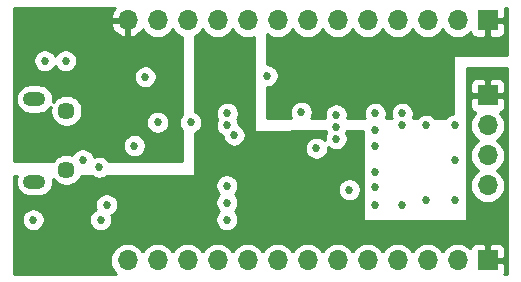
<source format=gbr>
G04 #@! TF.GenerationSoftware,KiCad,Pcbnew,(5.1.4)-1*
G04 #@! TF.CreationDate,2019-12-06T22:53:01-05:00*
G04 #@! TF.ProjectId,STM32G4DevBoard,53544d33-3247-4344-9465-76426f617264,rev?*
G04 #@! TF.SameCoordinates,Original*
G04 #@! TF.FileFunction,Copper,L3,Inr*
G04 #@! TF.FilePolarity,Positive*
%FSLAX46Y46*%
G04 Gerber Fmt 4.6, Leading zero omitted, Abs format (unit mm)*
G04 Created by KiCad (PCBNEW (5.1.4)-1) date 2019-12-06 22:53:01*
%MOMM*%
%LPD*%
G04 APERTURE LIST*
%ADD10O,1.700000X1.700000*%
%ADD11R,1.700000X1.700000*%
%ADD12O,1.900000X1.200000*%
%ADD13C,1.450000*%
%ADD14C,0.685800*%
%ADD15C,0.254000*%
G04 APERTURE END LIST*
D10*
X117094000Y-101473000D03*
X119634000Y-101473000D03*
X122174000Y-101473000D03*
X124714000Y-101473000D03*
X127254000Y-101473000D03*
X129794000Y-101473000D03*
X132334000Y-101473000D03*
X134874000Y-101473000D03*
X137414000Y-101473000D03*
X139954000Y-101473000D03*
X142494000Y-101473000D03*
X145034000Y-101473000D03*
D11*
X147574000Y-101473000D03*
D10*
X117094000Y-81153000D03*
X119634000Y-81153000D03*
X122174000Y-81153000D03*
X124714000Y-81153000D03*
X127254000Y-81153000D03*
X129794000Y-81153000D03*
X132334000Y-81153000D03*
X134874000Y-81153000D03*
X137414000Y-81153000D03*
X139954000Y-81153000D03*
X142494000Y-81153000D03*
X145034000Y-81153000D03*
D11*
X147574000Y-81153000D03*
D12*
X109212400Y-94813000D03*
X109212400Y-87813000D03*
D13*
X111912400Y-93813000D03*
X111912400Y-88813000D03*
D11*
X147574000Y-87513000D03*
D10*
X147574000Y-90053000D03*
X147574000Y-92593000D03*
X147574000Y-95133000D03*
D14*
X144780000Y-96393000D03*
X142367000Y-96393000D03*
X138049000Y-93980000D03*
X138049000Y-91821000D03*
X138049000Y-89027000D03*
X140335000Y-89027000D03*
X140335000Y-90043000D03*
X142367000Y-90043000D03*
X144780000Y-90043000D03*
X144780000Y-92964000D03*
X140335000Y-96774000D03*
X138049000Y-90424000D03*
X128905000Y-85852000D03*
X138049000Y-95250000D03*
X138049000Y-96774000D03*
X135874000Y-95488000D03*
X114681000Y-93599000D03*
X115316000Y-96774000D03*
X109093000Y-98044000D03*
X119634000Y-89789000D03*
X117665500Y-91757500D03*
X113284000Y-92964000D03*
X122428000Y-89789000D03*
X111838600Y-84582000D03*
X133083300Y-91986100D03*
X114808000Y-98044000D03*
X125491185Y-98021085D03*
X135128000Y-93980000D03*
X115316000Y-94996000D03*
X124587000Y-87503000D03*
X110088600Y-84582000D03*
X114681000Y-89154000D03*
X118110000Y-89789000D03*
X116630440Y-89154000D03*
X121031000Y-89789000D03*
X113284000Y-85852000D03*
X113233200Y-90093800D03*
X125539500Y-89027000D03*
X125539500Y-90043000D03*
X126111000Y-90868500D03*
X130048000Y-88900000D03*
X125491185Y-95148400D03*
X125491185Y-96584742D03*
X134747000Y-89154000D03*
X134747000Y-90170000D03*
X134747000Y-91182834D03*
X118579900Y-85940900D03*
X131800600Y-88925400D03*
D15*
G36*
X126013294Y-81982014D02*
G01*
X126198866Y-82208134D01*
X126424986Y-82393706D01*
X126682966Y-82531599D01*
X126962889Y-82616513D01*
X127181050Y-82638000D01*
X127326950Y-82638000D01*
X127545111Y-82616513D01*
X127762000Y-82550720D01*
X127762000Y-90455750D01*
X127764440Y-90480526D01*
X127771667Y-90504351D01*
X127783403Y-90526307D01*
X127799197Y-90545553D01*
X127818443Y-90561347D01*
X127840399Y-90573083D01*
X127864224Y-90580310D01*
X127889435Y-90582749D01*
X133851038Y-90562332D01*
X133880396Y-90633210D01*
X133909266Y-90676417D01*
X133880396Y-90719624D01*
X133806680Y-90897591D01*
X133769100Y-91086519D01*
X133769100Y-91279149D01*
X133771531Y-91291371D01*
X133706675Y-91226515D01*
X133546510Y-91119496D01*
X133368543Y-91045780D01*
X133179615Y-91008200D01*
X132986985Y-91008200D01*
X132798057Y-91045780D01*
X132620090Y-91119496D01*
X132459925Y-91226515D01*
X132323715Y-91362725D01*
X132216696Y-91522890D01*
X132142980Y-91700857D01*
X132105400Y-91889785D01*
X132105400Y-92082415D01*
X132142980Y-92271343D01*
X132216696Y-92449310D01*
X132323715Y-92609475D01*
X132459925Y-92745685D01*
X132620090Y-92852704D01*
X132798057Y-92926420D01*
X132986985Y-92964000D01*
X133179615Y-92964000D01*
X133368543Y-92926420D01*
X133546510Y-92852704D01*
X133706675Y-92745685D01*
X133842885Y-92609475D01*
X133949904Y-92449310D01*
X134023620Y-92271343D01*
X134061200Y-92082415D01*
X134061200Y-91889785D01*
X134058769Y-91877563D01*
X134123625Y-91942419D01*
X134283790Y-92049438D01*
X134461757Y-92123154D01*
X134650685Y-92160734D01*
X134843315Y-92160734D01*
X135032243Y-92123154D01*
X135210210Y-92049438D01*
X135370375Y-91942419D01*
X135506585Y-91806209D01*
X135613604Y-91646044D01*
X135687320Y-91468077D01*
X135724900Y-91279149D01*
X135724900Y-91086519D01*
X135687320Y-90897591D01*
X135613604Y-90719624D01*
X135584734Y-90676417D01*
X135613604Y-90633210D01*
X135645508Y-90556187D01*
X137033000Y-90551435D01*
X137033000Y-98044000D01*
X137035440Y-98068776D01*
X137042667Y-98092601D01*
X137054403Y-98114557D01*
X137070197Y-98133803D01*
X137089443Y-98149597D01*
X137111399Y-98161333D01*
X137135224Y-98168560D01*
X137160000Y-98171000D01*
X145669000Y-98171000D01*
X145693776Y-98168560D01*
X145717601Y-98161333D01*
X145739557Y-98149597D01*
X145758803Y-98133803D01*
X145774597Y-98114557D01*
X145786333Y-98092601D01*
X145793560Y-98068776D01*
X145796000Y-98044000D01*
X145796000Y-90053000D01*
X146081815Y-90053000D01*
X146110487Y-90344111D01*
X146195401Y-90624034D01*
X146333294Y-90882014D01*
X146518866Y-91108134D01*
X146744986Y-91293706D01*
X146799791Y-91323000D01*
X146744986Y-91352294D01*
X146518866Y-91537866D01*
X146333294Y-91763986D01*
X146195401Y-92021966D01*
X146110487Y-92301889D01*
X146081815Y-92593000D01*
X146110487Y-92884111D01*
X146195401Y-93164034D01*
X146333294Y-93422014D01*
X146518866Y-93648134D01*
X146744986Y-93833706D01*
X146799791Y-93863000D01*
X146744986Y-93892294D01*
X146518866Y-94077866D01*
X146333294Y-94303986D01*
X146195401Y-94561966D01*
X146110487Y-94841889D01*
X146081815Y-95133000D01*
X146110487Y-95424111D01*
X146195401Y-95704034D01*
X146333294Y-95962014D01*
X146518866Y-96188134D01*
X146744986Y-96373706D01*
X147002966Y-96511599D01*
X147282889Y-96596513D01*
X147501050Y-96618000D01*
X147646950Y-96618000D01*
X147865111Y-96596513D01*
X148145034Y-96511599D01*
X148403014Y-96373706D01*
X148629134Y-96188134D01*
X148814706Y-95962014D01*
X148952599Y-95704034D01*
X149037513Y-95424111D01*
X149066185Y-95133000D01*
X149037513Y-94841889D01*
X148952599Y-94561966D01*
X148814706Y-94303986D01*
X148629134Y-94077866D01*
X148403014Y-93892294D01*
X148348209Y-93863000D01*
X148403014Y-93833706D01*
X148629134Y-93648134D01*
X148814706Y-93422014D01*
X148952599Y-93164034D01*
X149037513Y-92884111D01*
X149066185Y-92593000D01*
X149037513Y-92301889D01*
X148952599Y-92021966D01*
X148814706Y-91763986D01*
X148629134Y-91537866D01*
X148403014Y-91352294D01*
X148348209Y-91323000D01*
X148403014Y-91293706D01*
X148629134Y-91108134D01*
X148814706Y-90882014D01*
X148952599Y-90624034D01*
X149037513Y-90344111D01*
X149066185Y-90053000D01*
X149037513Y-89761889D01*
X148952599Y-89481966D01*
X148814706Y-89223986D01*
X148629134Y-88997866D01*
X148599313Y-88973393D01*
X148668180Y-88952502D01*
X148778494Y-88893537D01*
X148875185Y-88814185D01*
X148954537Y-88717494D01*
X149013502Y-88607180D01*
X149049812Y-88487482D01*
X149062072Y-88363000D01*
X149059000Y-87798750D01*
X148900250Y-87640000D01*
X147701000Y-87640000D01*
X147701000Y-87660000D01*
X147447000Y-87660000D01*
X147447000Y-87640000D01*
X146247750Y-87640000D01*
X146089000Y-87798750D01*
X146085928Y-88363000D01*
X146098188Y-88487482D01*
X146134498Y-88607180D01*
X146193463Y-88717494D01*
X146272815Y-88814185D01*
X146369506Y-88893537D01*
X146479820Y-88952502D01*
X146548687Y-88973393D01*
X146518866Y-88997866D01*
X146333294Y-89223986D01*
X146195401Y-89481966D01*
X146110487Y-89761889D01*
X146081815Y-90053000D01*
X145796000Y-90053000D01*
X145796000Y-86663000D01*
X146085928Y-86663000D01*
X146089000Y-87227250D01*
X146247750Y-87386000D01*
X147447000Y-87386000D01*
X147447000Y-86186750D01*
X147701000Y-86186750D01*
X147701000Y-87386000D01*
X148900250Y-87386000D01*
X149059000Y-87227250D01*
X149062072Y-86663000D01*
X149049812Y-86538518D01*
X149013502Y-86418820D01*
X148954537Y-86308506D01*
X148875185Y-86211815D01*
X148778494Y-86132463D01*
X148668180Y-86073498D01*
X148548482Y-86037188D01*
X148424000Y-86024928D01*
X147859750Y-86028000D01*
X147701000Y-86186750D01*
X147447000Y-86186750D01*
X147288250Y-86028000D01*
X146724000Y-86024928D01*
X146599518Y-86037188D01*
X146479820Y-86073498D01*
X146369506Y-86132463D01*
X146272815Y-86211815D01*
X146193463Y-86308506D01*
X146134498Y-86418820D01*
X146098188Y-86538518D01*
X146085928Y-86663000D01*
X145796000Y-86663000D01*
X145796000Y-85217000D01*
X149225401Y-85217000D01*
X149225400Y-102613000D01*
X148989010Y-102613000D01*
X149013502Y-102567180D01*
X149049812Y-102447482D01*
X149062072Y-102323000D01*
X149059000Y-101758750D01*
X148900250Y-101600000D01*
X147701000Y-101600000D01*
X147701000Y-101620000D01*
X147447000Y-101620000D01*
X147447000Y-101600000D01*
X147427000Y-101600000D01*
X147427000Y-101346000D01*
X147447000Y-101346000D01*
X147447000Y-100146750D01*
X147701000Y-100146750D01*
X147701000Y-101346000D01*
X148900250Y-101346000D01*
X149059000Y-101187250D01*
X149062072Y-100623000D01*
X149049812Y-100498518D01*
X149013502Y-100378820D01*
X148954537Y-100268506D01*
X148875185Y-100171815D01*
X148778494Y-100092463D01*
X148668180Y-100033498D01*
X148548482Y-99997188D01*
X148424000Y-99984928D01*
X147859750Y-99988000D01*
X147701000Y-100146750D01*
X147447000Y-100146750D01*
X147288250Y-99988000D01*
X146724000Y-99984928D01*
X146599518Y-99997188D01*
X146479820Y-100033498D01*
X146369506Y-100092463D01*
X146272815Y-100171815D01*
X146193463Y-100268506D01*
X146134498Y-100378820D01*
X146113607Y-100447687D01*
X146089134Y-100417866D01*
X145863014Y-100232294D01*
X145605034Y-100094401D01*
X145325111Y-100009487D01*
X145106950Y-99988000D01*
X144961050Y-99988000D01*
X144742889Y-100009487D01*
X144462966Y-100094401D01*
X144204986Y-100232294D01*
X143978866Y-100417866D01*
X143793294Y-100643986D01*
X143764000Y-100698791D01*
X143734706Y-100643986D01*
X143549134Y-100417866D01*
X143323014Y-100232294D01*
X143065034Y-100094401D01*
X142785111Y-100009487D01*
X142566950Y-99988000D01*
X142421050Y-99988000D01*
X142202889Y-100009487D01*
X141922966Y-100094401D01*
X141664986Y-100232294D01*
X141438866Y-100417866D01*
X141253294Y-100643986D01*
X141224000Y-100698791D01*
X141194706Y-100643986D01*
X141009134Y-100417866D01*
X140783014Y-100232294D01*
X140525034Y-100094401D01*
X140245111Y-100009487D01*
X140026950Y-99988000D01*
X139881050Y-99988000D01*
X139662889Y-100009487D01*
X139382966Y-100094401D01*
X139124986Y-100232294D01*
X138898866Y-100417866D01*
X138713294Y-100643986D01*
X138684000Y-100698791D01*
X138654706Y-100643986D01*
X138469134Y-100417866D01*
X138243014Y-100232294D01*
X137985034Y-100094401D01*
X137705111Y-100009487D01*
X137486950Y-99988000D01*
X137341050Y-99988000D01*
X137122889Y-100009487D01*
X136842966Y-100094401D01*
X136584986Y-100232294D01*
X136358866Y-100417866D01*
X136173294Y-100643986D01*
X136144000Y-100698791D01*
X136114706Y-100643986D01*
X135929134Y-100417866D01*
X135703014Y-100232294D01*
X135445034Y-100094401D01*
X135165111Y-100009487D01*
X134946950Y-99988000D01*
X134801050Y-99988000D01*
X134582889Y-100009487D01*
X134302966Y-100094401D01*
X134044986Y-100232294D01*
X133818866Y-100417866D01*
X133633294Y-100643986D01*
X133604000Y-100698791D01*
X133574706Y-100643986D01*
X133389134Y-100417866D01*
X133163014Y-100232294D01*
X132905034Y-100094401D01*
X132625111Y-100009487D01*
X132406950Y-99988000D01*
X132261050Y-99988000D01*
X132042889Y-100009487D01*
X131762966Y-100094401D01*
X131504986Y-100232294D01*
X131278866Y-100417866D01*
X131093294Y-100643986D01*
X131064000Y-100698791D01*
X131034706Y-100643986D01*
X130849134Y-100417866D01*
X130623014Y-100232294D01*
X130365034Y-100094401D01*
X130085111Y-100009487D01*
X129866950Y-99988000D01*
X129721050Y-99988000D01*
X129502889Y-100009487D01*
X129222966Y-100094401D01*
X128964986Y-100232294D01*
X128738866Y-100417866D01*
X128553294Y-100643986D01*
X128524000Y-100698791D01*
X128494706Y-100643986D01*
X128309134Y-100417866D01*
X128083014Y-100232294D01*
X127825034Y-100094401D01*
X127545111Y-100009487D01*
X127326950Y-99988000D01*
X127181050Y-99988000D01*
X126962889Y-100009487D01*
X126682966Y-100094401D01*
X126424986Y-100232294D01*
X126198866Y-100417866D01*
X126013294Y-100643986D01*
X125984000Y-100698791D01*
X125954706Y-100643986D01*
X125769134Y-100417866D01*
X125543014Y-100232294D01*
X125285034Y-100094401D01*
X125005111Y-100009487D01*
X124786950Y-99988000D01*
X124641050Y-99988000D01*
X124422889Y-100009487D01*
X124142966Y-100094401D01*
X123884986Y-100232294D01*
X123658866Y-100417866D01*
X123473294Y-100643986D01*
X123444000Y-100698791D01*
X123414706Y-100643986D01*
X123229134Y-100417866D01*
X123003014Y-100232294D01*
X122745034Y-100094401D01*
X122465111Y-100009487D01*
X122246950Y-99988000D01*
X122101050Y-99988000D01*
X121882889Y-100009487D01*
X121602966Y-100094401D01*
X121344986Y-100232294D01*
X121118866Y-100417866D01*
X120933294Y-100643986D01*
X120904000Y-100698791D01*
X120874706Y-100643986D01*
X120689134Y-100417866D01*
X120463014Y-100232294D01*
X120205034Y-100094401D01*
X119925111Y-100009487D01*
X119706950Y-99988000D01*
X119561050Y-99988000D01*
X119342889Y-100009487D01*
X119062966Y-100094401D01*
X118804986Y-100232294D01*
X118578866Y-100417866D01*
X118393294Y-100643986D01*
X118364000Y-100698791D01*
X118334706Y-100643986D01*
X118149134Y-100417866D01*
X117923014Y-100232294D01*
X117665034Y-100094401D01*
X117385111Y-100009487D01*
X117166950Y-99988000D01*
X117021050Y-99988000D01*
X116802889Y-100009487D01*
X116522966Y-100094401D01*
X116264986Y-100232294D01*
X116038866Y-100417866D01*
X115853294Y-100643986D01*
X115715401Y-100901966D01*
X115630487Y-101181889D01*
X115601815Y-101473000D01*
X115630487Y-101764111D01*
X115715401Y-102044034D01*
X115853294Y-102302014D01*
X116038866Y-102528134D01*
X116142275Y-102613000D01*
X107469900Y-102613000D01*
X107469900Y-97947685D01*
X108115100Y-97947685D01*
X108115100Y-98140315D01*
X108152680Y-98329243D01*
X108226396Y-98507210D01*
X108333415Y-98667375D01*
X108469625Y-98803585D01*
X108629790Y-98910604D01*
X108807757Y-98984320D01*
X108996685Y-99021900D01*
X109189315Y-99021900D01*
X109378243Y-98984320D01*
X109556210Y-98910604D01*
X109716375Y-98803585D01*
X109852585Y-98667375D01*
X109959604Y-98507210D01*
X110033320Y-98329243D01*
X110070900Y-98140315D01*
X110070900Y-97947685D01*
X113830100Y-97947685D01*
X113830100Y-98140315D01*
X113867680Y-98329243D01*
X113941396Y-98507210D01*
X114048415Y-98667375D01*
X114184625Y-98803585D01*
X114344790Y-98910604D01*
X114522757Y-98984320D01*
X114711685Y-99021900D01*
X114904315Y-99021900D01*
X115093243Y-98984320D01*
X115271210Y-98910604D01*
X115431375Y-98803585D01*
X115567585Y-98667375D01*
X115674604Y-98507210D01*
X115748320Y-98329243D01*
X115785900Y-98140315D01*
X115785900Y-97947685D01*
X115748320Y-97758757D01*
X115711070Y-97668828D01*
X115779210Y-97640604D01*
X115939375Y-97533585D01*
X116075585Y-97397375D01*
X116182604Y-97237210D01*
X116256320Y-97059243D01*
X116293900Y-96870315D01*
X116293900Y-96677685D01*
X116256320Y-96488757D01*
X116182604Y-96310790D01*
X116075585Y-96150625D01*
X115939375Y-96014415D01*
X115779210Y-95907396D01*
X115601243Y-95833680D01*
X115412315Y-95796100D01*
X115219685Y-95796100D01*
X115030757Y-95833680D01*
X114852790Y-95907396D01*
X114692625Y-96014415D01*
X114556415Y-96150625D01*
X114449396Y-96310790D01*
X114375680Y-96488757D01*
X114338100Y-96677685D01*
X114338100Y-96870315D01*
X114375680Y-97059243D01*
X114412930Y-97149172D01*
X114344790Y-97177396D01*
X114184625Y-97284415D01*
X114048415Y-97420625D01*
X113941396Y-97580790D01*
X113867680Y-97758757D01*
X113830100Y-97947685D01*
X110070900Y-97947685D01*
X110033320Y-97758757D01*
X109959604Y-97580790D01*
X109852585Y-97420625D01*
X109716375Y-97284415D01*
X109556210Y-97177396D01*
X109378243Y-97103680D01*
X109189315Y-97066100D01*
X108996685Y-97066100D01*
X108807757Y-97103680D01*
X108629790Y-97177396D01*
X108469625Y-97284415D01*
X108333415Y-97420625D01*
X108226396Y-97580790D01*
X108152680Y-97758757D01*
X108115100Y-97947685D01*
X107469900Y-97947685D01*
X107469900Y-94361000D01*
X107708942Y-94361000D01*
X107645270Y-94570898D01*
X107621425Y-94813000D01*
X107645270Y-95055102D01*
X107715889Y-95287901D01*
X107830567Y-95502449D01*
X107984898Y-95690502D01*
X108172951Y-95844833D01*
X108387499Y-95959511D01*
X108620298Y-96030130D01*
X108801735Y-96048000D01*
X109623065Y-96048000D01*
X109804502Y-96030130D01*
X110037301Y-95959511D01*
X110251849Y-95844833D01*
X110439902Y-95690502D01*
X110594233Y-95502449D01*
X110708911Y-95287901D01*
X110779530Y-95055102D01*
X110803375Y-94813000D01*
X110779530Y-94570898D01*
X110776517Y-94560965D01*
X110856019Y-94679949D01*
X111045451Y-94869381D01*
X111268199Y-95018216D01*
X111515703Y-95120736D01*
X111778452Y-95173000D01*
X112046348Y-95173000D01*
X112309097Y-95120736D01*
X112474834Y-95052085D01*
X124513285Y-95052085D01*
X124513285Y-95244715D01*
X124550865Y-95433643D01*
X124624581Y-95611610D01*
X124731600Y-95771775D01*
X124826396Y-95866571D01*
X124731600Y-95961367D01*
X124624581Y-96121532D01*
X124550865Y-96299499D01*
X124513285Y-96488427D01*
X124513285Y-96681057D01*
X124550865Y-96869985D01*
X124624581Y-97047952D01*
X124731600Y-97208117D01*
X124826397Y-97302914D01*
X124731600Y-97397710D01*
X124624581Y-97557875D01*
X124550865Y-97735842D01*
X124513285Y-97924770D01*
X124513285Y-98117400D01*
X124550865Y-98306328D01*
X124624581Y-98484295D01*
X124731600Y-98644460D01*
X124867810Y-98780670D01*
X125027975Y-98887689D01*
X125205942Y-98961405D01*
X125394870Y-98998985D01*
X125587500Y-98998985D01*
X125776428Y-98961405D01*
X125954395Y-98887689D01*
X126114560Y-98780670D01*
X126250770Y-98644460D01*
X126357789Y-98484295D01*
X126431505Y-98306328D01*
X126469085Y-98117400D01*
X126469085Y-97924770D01*
X126431505Y-97735842D01*
X126357789Y-97557875D01*
X126250770Y-97397710D01*
X126155974Y-97302914D01*
X126250770Y-97208117D01*
X126357789Y-97047952D01*
X126431505Y-96869985D01*
X126469085Y-96681057D01*
X126469085Y-96488427D01*
X126431505Y-96299499D01*
X126357789Y-96121532D01*
X126250770Y-95961367D01*
X126155974Y-95866571D01*
X126250770Y-95771775D01*
X126357789Y-95611610D01*
X126431505Y-95433643D01*
X126439850Y-95391685D01*
X134896100Y-95391685D01*
X134896100Y-95584315D01*
X134933680Y-95773243D01*
X135007396Y-95951210D01*
X135114415Y-96111375D01*
X135250625Y-96247585D01*
X135410790Y-96354604D01*
X135588757Y-96428320D01*
X135777685Y-96465900D01*
X135970315Y-96465900D01*
X136159243Y-96428320D01*
X136337210Y-96354604D01*
X136497375Y-96247585D01*
X136633585Y-96111375D01*
X136740604Y-95951210D01*
X136814320Y-95773243D01*
X136851900Y-95584315D01*
X136851900Y-95391685D01*
X136814320Y-95202757D01*
X136740604Y-95024790D01*
X136633585Y-94864625D01*
X136497375Y-94728415D01*
X136337210Y-94621396D01*
X136159243Y-94547680D01*
X135970315Y-94510100D01*
X135777685Y-94510100D01*
X135588757Y-94547680D01*
X135410790Y-94621396D01*
X135250625Y-94728415D01*
X135114415Y-94864625D01*
X135007396Y-95024790D01*
X134933680Y-95202757D01*
X134896100Y-95391685D01*
X126439850Y-95391685D01*
X126469085Y-95244715D01*
X126469085Y-95052085D01*
X126431505Y-94863157D01*
X126357789Y-94685190D01*
X126250770Y-94525025D01*
X126114560Y-94388815D01*
X125954395Y-94281796D01*
X125776428Y-94208080D01*
X125587500Y-94170500D01*
X125394870Y-94170500D01*
X125205942Y-94208080D01*
X125027975Y-94281796D01*
X124867810Y-94388815D01*
X124731600Y-94525025D01*
X124624581Y-94685190D01*
X124550865Y-94863157D01*
X124513285Y-95052085D01*
X112474834Y-95052085D01*
X112556601Y-95018216D01*
X112779349Y-94869381D01*
X112968781Y-94679949D01*
X113117616Y-94457201D01*
X113157464Y-94361000D01*
X114061239Y-94361000D01*
X114217790Y-94465604D01*
X114395757Y-94539320D01*
X114584685Y-94576900D01*
X114777315Y-94576900D01*
X114966243Y-94539320D01*
X115144210Y-94465604D01*
X115300761Y-94361000D01*
X122688350Y-94361000D01*
X122713126Y-94358560D01*
X122736951Y-94351333D01*
X122758907Y-94339597D01*
X122778153Y-94323803D01*
X122793947Y-94304557D01*
X122805683Y-94282601D01*
X122812910Y-94258776D01*
X122815350Y-94233887D01*
X122812184Y-90688337D01*
X122891210Y-90655604D01*
X123051375Y-90548585D01*
X123187585Y-90412375D01*
X123294604Y-90252210D01*
X123368320Y-90074243D01*
X123405900Y-89885315D01*
X123405900Y-89692685D01*
X123368320Y-89503757D01*
X123294604Y-89325790D01*
X123187585Y-89165625D01*
X123051375Y-89029415D01*
X122903616Y-88930685D01*
X124561600Y-88930685D01*
X124561600Y-89123315D01*
X124599180Y-89312243D01*
X124672896Y-89490210D01*
X124702824Y-89535000D01*
X124672896Y-89579790D01*
X124599180Y-89757757D01*
X124561600Y-89946685D01*
X124561600Y-90139315D01*
X124599180Y-90328243D01*
X124672896Y-90506210D01*
X124779915Y-90666375D01*
X124916125Y-90802585D01*
X125076290Y-90909604D01*
X125133100Y-90933135D01*
X125133100Y-90964815D01*
X125170680Y-91153743D01*
X125244396Y-91331710D01*
X125351415Y-91491875D01*
X125487625Y-91628085D01*
X125647790Y-91735104D01*
X125825757Y-91808820D01*
X126014685Y-91846400D01*
X126207315Y-91846400D01*
X126396243Y-91808820D01*
X126574210Y-91735104D01*
X126734375Y-91628085D01*
X126870585Y-91491875D01*
X126977604Y-91331710D01*
X127051320Y-91153743D01*
X127088900Y-90964815D01*
X127088900Y-90772185D01*
X127051320Y-90583257D01*
X126977604Y-90405290D01*
X126870585Y-90245125D01*
X126734375Y-90108915D01*
X126574210Y-90001896D01*
X126517400Y-89978365D01*
X126517400Y-89946685D01*
X126479820Y-89757757D01*
X126406104Y-89579790D01*
X126376176Y-89535000D01*
X126406104Y-89490210D01*
X126479820Y-89312243D01*
X126517400Y-89123315D01*
X126517400Y-88930685D01*
X126479820Y-88741757D01*
X126406104Y-88563790D01*
X126299085Y-88403625D01*
X126162875Y-88267415D01*
X126002710Y-88160396D01*
X125824743Y-88086680D01*
X125635815Y-88049100D01*
X125443185Y-88049100D01*
X125254257Y-88086680D01*
X125076290Y-88160396D01*
X124916125Y-88267415D01*
X124779915Y-88403625D01*
X124672896Y-88563790D01*
X124599180Y-88741757D01*
X124561600Y-88930685D01*
X122903616Y-88930685D01*
X122891210Y-88922396D01*
X122810578Y-88888997D01*
X122804873Y-82499615D01*
X123003014Y-82393706D01*
X123229134Y-82208134D01*
X123414706Y-81982014D01*
X123444000Y-81927209D01*
X123473294Y-81982014D01*
X123658866Y-82208134D01*
X123884986Y-82393706D01*
X124142966Y-82531599D01*
X124422889Y-82616513D01*
X124641050Y-82638000D01*
X124786950Y-82638000D01*
X125005111Y-82616513D01*
X125285034Y-82531599D01*
X125543014Y-82393706D01*
X125769134Y-82208134D01*
X125954706Y-81982014D01*
X125984000Y-81927209D01*
X126013294Y-81982014D01*
X126013294Y-81982014D01*
G37*
X126013294Y-81982014D02*
X126198866Y-82208134D01*
X126424986Y-82393706D01*
X126682966Y-82531599D01*
X126962889Y-82616513D01*
X127181050Y-82638000D01*
X127326950Y-82638000D01*
X127545111Y-82616513D01*
X127762000Y-82550720D01*
X127762000Y-90455750D01*
X127764440Y-90480526D01*
X127771667Y-90504351D01*
X127783403Y-90526307D01*
X127799197Y-90545553D01*
X127818443Y-90561347D01*
X127840399Y-90573083D01*
X127864224Y-90580310D01*
X127889435Y-90582749D01*
X133851038Y-90562332D01*
X133880396Y-90633210D01*
X133909266Y-90676417D01*
X133880396Y-90719624D01*
X133806680Y-90897591D01*
X133769100Y-91086519D01*
X133769100Y-91279149D01*
X133771531Y-91291371D01*
X133706675Y-91226515D01*
X133546510Y-91119496D01*
X133368543Y-91045780D01*
X133179615Y-91008200D01*
X132986985Y-91008200D01*
X132798057Y-91045780D01*
X132620090Y-91119496D01*
X132459925Y-91226515D01*
X132323715Y-91362725D01*
X132216696Y-91522890D01*
X132142980Y-91700857D01*
X132105400Y-91889785D01*
X132105400Y-92082415D01*
X132142980Y-92271343D01*
X132216696Y-92449310D01*
X132323715Y-92609475D01*
X132459925Y-92745685D01*
X132620090Y-92852704D01*
X132798057Y-92926420D01*
X132986985Y-92964000D01*
X133179615Y-92964000D01*
X133368543Y-92926420D01*
X133546510Y-92852704D01*
X133706675Y-92745685D01*
X133842885Y-92609475D01*
X133949904Y-92449310D01*
X134023620Y-92271343D01*
X134061200Y-92082415D01*
X134061200Y-91889785D01*
X134058769Y-91877563D01*
X134123625Y-91942419D01*
X134283790Y-92049438D01*
X134461757Y-92123154D01*
X134650685Y-92160734D01*
X134843315Y-92160734D01*
X135032243Y-92123154D01*
X135210210Y-92049438D01*
X135370375Y-91942419D01*
X135506585Y-91806209D01*
X135613604Y-91646044D01*
X135687320Y-91468077D01*
X135724900Y-91279149D01*
X135724900Y-91086519D01*
X135687320Y-90897591D01*
X135613604Y-90719624D01*
X135584734Y-90676417D01*
X135613604Y-90633210D01*
X135645508Y-90556187D01*
X137033000Y-90551435D01*
X137033000Y-98044000D01*
X137035440Y-98068776D01*
X137042667Y-98092601D01*
X137054403Y-98114557D01*
X137070197Y-98133803D01*
X137089443Y-98149597D01*
X137111399Y-98161333D01*
X137135224Y-98168560D01*
X137160000Y-98171000D01*
X145669000Y-98171000D01*
X145693776Y-98168560D01*
X145717601Y-98161333D01*
X145739557Y-98149597D01*
X145758803Y-98133803D01*
X145774597Y-98114557D01*
X145786333Y-98092601D01*
X145793560Y-98068776D01*
X145796000Y-98044000D01*
X145796000Y-90053000D01*
X146081815Y-90053000D01*
X146110487Y-90344111D01*
X146195401Y-90624034D01*
X146333294Y-90882014D01*
X146518866Y-91108134D01*
X146744986Y-91293706D01*
X146799791Y-91323000D01*
X146744986Y-91352294D01*
X146518866Y-91537866D01*
X146333294Y-91763986D01*
X146195401Y-92021966D01*
X146110487Y-92301889D01*
X146081815Y-92593000D01*
X146110487Y-92884111D01*
X146195401Y-93164034D01*
X146333294Y-93422014D01*
X146518866Y-93648134D01*
X146744986Y-93833706D01*
X146799791Y-93863000D01*
X146744986Y-93892294D01*
X146518866Y-94077866D01*
X146333294Y-94303986D01*
X146195401Y-94561966D01*
X146110487Y-94841889D01*
X146081815Y-95133000D01*
X146110487Y-95424111D01*
X146195401Y-95704034D01*
X146333294Y-95962014D01*
X146518866Y-96188134D01*
X146744986Y-96373706D01*
X147002966Y-96511599D01*
X147282889Y-96596513D01*
X147501050Y-96618000D01*
X147646950Y-96618000D01*
X147865111Y-96596513D01*
X148145034Y-96511599D01*
X148403014Y-96373706D01*
X148629134Y-96188134D01*
X148814706Y-95962014D01*
X148952599Y-95704034D01*
X149037513Y-95424111D01*
X149066185Y-95133000D01*
X149037513Y-94841889D01*
X148952599Y-94561966D01*
X148814706Y-94303986D01*
X148629134Y-94077866D01*
X148403014Y-93892294D01*
X148348209Y-93863000D01*
X148403014Y-93833706D01*
X148629134Y-93648134D01*
X148814706Y-93422014D01*
X148952599Y-93164034D01*
X149037513Y-92884111D01*
X149066185Y-92593000D01*
X149037513Y-92301889D01*
X148952599Y-92021966D01*
X148814706Y-91763986D01*
X148629134Y-91537866D01*
X148403014Y-91352294D01*
X148348209Y-91323000D01*
X148403014Y-91293706D01*
X148629134Y-91108134D01*
X148814706Y-90882014D01*
X148952599Y-90624034D01*
X149037513Y-90344111D01*
X149066185Y-90053000D01*
X149037513Y-89761889D01*
X148952599Y-89481966D01*
X148814706Y-89223986D01*
X148629134Y-88997866D01*
X148599313Y-88973393D01*
X148668180Y-88952502D01*
X148778494Y-88893537D01*
X148875185Y-88814185D01*
X148954537Y-88717494D01*
X149013502Y-88607180D01*
X149049812Y-88487482D01*
X149062072Y-88363000D01*
X149059000Y-87798750D01*
X148900250Y-87640000D01*
X147701000Y-87640000D01*
X147701000Y-87660000D01*
X147447000Y-87660000D01*
X147447000Y-87640000D01*
X146247750Y-87640000D01*
X146089000Y-87798750D01*
X146085928Y-88363000D01*
X146098188Y-88487482D01*
X146134498Y-88607180D01*
X146193463Y-88717494D01*
X146272815Y-88814185D01*
X146369506Y-88893537D01*
X146479820Y-88952502D01*
X146548687Y-88973393D01*
X146518866Y-88997866D01*
X146333294Y-89223986D01*
X146195401Y-89481966D01*
X146110487Y-89761889D01*
X146081815Y-90053000D01*
X145796000Y-90053000D01*
X145796000Y-86663000D01*
X146085928Y-86663000D01*
X146089000Y-87227250D01*
X146247750Y-87386000D01*
X147447000Y-87386000D01*
X147447000Y-86186750D01*
X147701000Y-86186750D01*
X147701000Y-87386000D01*
X148900250Y-87386000D01*
X149059000Y-87227250D01*
X149062072Y-86663000D01*
X149049812Y-86538518D01*
X149013502Y-86418820D01*
X148954537Y-86308506D01*
X148875185Y-86211815D01*
X148778494Y-86132463D01*
X148668180Y-86073498D01*
X148548482Y-86037188D01*
X148424000Y-86024928D01*
X147859750Y-86028000D01*
X147701000Y-86186750D01*
X147447000Y-86186750D01*
X147288250Y-86028000D01*
X146724000Y-86024928D01*
X146599518Y-86037188D01*
X146479820Y-86073498D01*
X146369506Y-86132463D01*
X146272815Y-86211815D01*
X146193463Y-86308506D01*
X146134498Y-86418820D01*
X146098188Y-86538518D01*
X146085928Y-86663000D01*
X145796000Y-86663000D01*
X145796000Y-85217000D01*
X149225401Y-85217000D01*
X149225400Y-102613000D01*
X148989010Y-102613000D01*
X149013502Y-102567180D01*
X149049812Y-102447482D01*
X149062072Y-102323000D01*
X149059000Y-101758750D01*
X148900250Y-101600000D01*
X147701000Y-101600000D01*
X147701000Y-101620000D01*
X147447000Y-101620000D01*
X147447000Y-101600000D01*
X147427000Y-101600000D01*
X147427000Y-101346000D01*
X147447000Y-101346000D01*
X147447000Y-100146750D01*
X147701000Y-100146750D01*
X147701000Y-101346000D01*
X148900250Y-101346000D01*
X149059000Y-101187250D01*
X149062072Y-100623000D01*
X149049812Y-100498518D01*
X149013502Y-100378820D01*
X148954537Y-100268506D01*
X148875185Y-100171815D01*
X148778494Y-100092463D01*
X148668180Y-100033498D01*
X148548482Y-99997188D01*
X148424000Y-99984928D01*
X147859750Y-99988000D01*
X147701000Y-100146750D01*
X147447000Y-100146750D01*
X147288250Y-99988000D01*
X146724000Y-99984928D01*
X146599518Y-99997188D01*
X146479820Y-100033498D01*
X146369506Y-100092463D01*
X146272815Y-100171815D01*
X146193463Y-100268506D01*
X146134498Y-100378820D01*
X146113607Y-100447687D01*
X146089134Y-100417866D01*
X145863014Y-100232294D01*
X145605034Y-100094401D01*
X145325111Y-100009487D01*
X145106950Y-99988000D01*
X144961050Y-99988000D01*
X144742889Y-100009487D01*
X144462966Y-100094401D01*
X144204986Y-100232294D01*
X143978866Y-100417866D01*
X143793294Y-100643986D01*
X143764000Y-100698791D01*
X143734706Y-100643986D01*
X143549134Y-100417866D01*
X143323014Y-100232294D01*
X143065034Y-100094401D01*
X142785111Y-100009487D01*
X142566950Y-99988000D01*
X142421050Y-99988000D01*
X142202889Y-100009487D01*
X141922966Y-100094401D01*
X141664986Y-100232294D01*
X141438866Y-100417866D01*
X141253294Y-100643986D01*
X141224000Y-100698791D01*
X141194706Y-100643986D01*
X141009134Y-100417866D01*
X140783014Y-100232294D01*
X140525034Y-100094401D01*
X140245111Y-100009487D01*
X140026950Y-99988000D01*
X139881050Y-99988000D01*
X139662889Y-100009487D01*
X139382966Y-100094401D01*
X139124986Y-100232294D01*
X138898866Y-100417866D01*
X138713294Y-100643986D01*
X138684000Y-100698791D01*
X138654706Y-100643986D01*
X138469134Y-100417866D01*
X138243014Y-100232294D01*
X137985034Y-100094401D01*
X137705111Y-100009487D01*
X137486950Y-99988000D01*
X137341050Y-99988000D01*
X137122889Y-100009487D01*
X136842966Y-100094401D01*
X136584986Y-100232294D01*
X136358866Y-100417866D01*
X136173294Y-100643986D01*
X136144000Y-100698791D01*
X136114706Y-100643986D01*
X135929134Y-100417866D01*
X135703014Y-100232294D01*
X135445034Y-100094401D01*
X135165111Y-100009487D01*
X134946950Y-99988000D01*
X134801050Y-99988000D01*
X134582889Y-100009487D01*
X134302966Y-100094401D01*
X134044986Y-100232294D01*
X133818866Y-100417866D01*
X133633294Y-100643986D01*
X133604000Y-100698791D01*
X133574706Y-100643986D01*
X133389134Y-100417866D01*
X133163014Y-100232294D01*
X132905034Y-100094401D01*
X132625111Y-100009487D01*
X132406950Y-99988000D01*
X132261050Y-99988000D01*
X132042889Y-100009487D01*
X131762966Y-100094401D01*
X131504986Y-100232294D01*
X131278866Y-100417866D01*
X131093294Y-100643986D01*
X131064000Y-100698791D01*
X131034706Y-100643986D01*
X130849134Y-100417866D01*
X130623014Y-100232294D01*
X130365034Y-100094401D01*
X130085111Y-100009487D01*
X129866950Y-99988000D01*
X129721050Y-99988000D01*
X129502889Y-100009487D01*
X129222966Y-100094401D01*
X128964986Y-100232294D01*
X128738866Y-100417866D01*
X128553294Y-100643986D01*
X128524000Y-100698791D01*
X128494706Y-100643986D01*
X128309134Y-100417866D01*
X128083014Y-100232294D01*
X127825034Y-100094401D01*
X127545111Y-100009487D01*
X127326950Y-99988000D01*
X127181050Y-99988000D01*
X126962889Y-100009487D01*
X126682966Y-100094401D01*
X126424986Y-100232294D01*
X126198866Y-100417866D01*
X126013294Y-100643986D01*
X125984000Y-100698791D01*
X125954706Y-100643986D01*
X125769134Y-100417866D01*
X125543014Y-100232294D01*
X125285034Y-100094401D01*
X125005111Y-100009487D01*
X124786950Y-99988000D01*
X124641050Y-99988000D01*
X124422889Y-100009487D01*
X124142966Y-100094401D01*
X123884986Y-100232294D01*
X123658866Y-100417866D01*
X123473294Y-100643986D01*
X123444000Y-100698791D01*
X123414706Y-100643986D01*
X123229134Y-100417866D01*
X123003014Y-100232294D01*
X122745034Y-100094401D01*
X122465111Y-100009487D01*
X122246950Y-99988000D01*
X122101050Y-99988000D01*
X121882889Y-100009487D01*
X121602966Y-100094401D01*
X121344986Y-100232294D01*
X121118866Y-100417866D01*
X120933294Y-100643986D01*
X120904000Y-100698791D01*
X120874706Y-100643986D01*
X120689134Y-100417866D01*
X120463014Y-100232294D01*
X120205034Y-100094401D01*
X119925111Y-100009487D01*
X119706950Y-99988000D01*
X119561050Y-99988000D01*
X119342889Y-100009487D01*
X119062966Y-100094401D01*
X118804986Y-100232294D01*
X118578866Y-100417866D01*
X118393294Y-100643986D01*
X118364000Y-100698791D01*
X118334706Y-100643986D01*
X118149134Y-100417866D01*
X117923014Y-100232294D01*
X117665034Y-100094401D01*
X117385111Y-100009487D01*
X117166950Y-99988000D01*
X117021050Y-99988000D01*
X116802889Y-100009487D01*
X116522966Y-100094401D01*
X116264986Y-100232294D01*
X116038866Y-100417866D01*
X115853294Y-100643986D01*
X115715401Y-100901966D01*
X115630487Y-101181889D01*
X115601815Y-101473000D01*
X115630487Y-101764111D01*
X115715401Y-102044034D01*
X115853294Y-102302014D01*
X116038866Y-102528134D01*
X116142275Y-102613000D01*
X107469900Y-102613000D01*
X107469900Y-97947685D01*
X108115100Y-97947685D01*
X108115100Y-98140315D01*
X108152680Y-98329243D01*
X108226396Y-98507210D01*
X108333415Y-98667375D01*
X108469625Y-98803585D01*
X108629790Y-98910604D01*
X108807757Y-98984320D01*
X108996685Y-99021900D01*
X109189315Y-99021900D01*
X109378243Y-98984320D01*
X109556210Y-98910604D01*
X109716375Y-98803585D01*
X109852585Y-98667375D01*
X109959604Y-98507210D01*
X110033320Y-98329243D01*
X110070900Y-98140315D01*
X110070900Y-97947685D01*
X113830100Y-97947685D01*
X113830100Y-98140315D01*
X113867680Y-98329243D01*
X113941396Y-98507210D01*
X114048415Y-98667375D01*
X114184625Y-98803585D01*
X114344790Y-98910604D01*
X114522757Y-98984320D01*
X114711685Y-99021900D01*
X114904315Y-99021900D01*
X115093243Y-98984320D01*
X115271210Y-98910604D01*
X115431375Y-98803585D01*
X115567585Y-98667375D01*
X115674604Y-98507210D01*
X115748320Y-98329243D01*
X115785900Y-98140315D01*
X115785900Y-97947685D01*
X115748320Y-97758757D01*
X115711070Y-97668828D01*
X115779210Y-97640604D01*
X115939375Y-97533585D01*
X116075585Y-97397375D01*
X116182604Y-97237210D01*
X116256320Y-97059243D01*
X116293900Y-96870315D01*
X116293900Y-96677685D01*
X116256320Y-96488757D01*
X116182604Y-96310790D01*
X116075585Y-96150625D01*
X115939375Y-96014415D01*
X115779210Y-95907396D01*
X115601243Y-95833680D01*
X115412315Y-95796100D01*
X115219685Y-95796100D01*
X115030757Y-95833680D01*
X114852790Y-95907396D01*
X114692625Y-96014415D01*
X114556415Y-96150625D01*
X114449396Y-96310790D01*
X114375680Y-96488757D01*
X114338100Y-96677685D01*
X114338100Y-96870315D01*
X114375680Y-97059243D01*
X114412930Y-97149172D01*
X114344790Y-97177396D01*
X114184625Y-97284415D01*
X114048415Y-97420625D01*
X113941396Y-97580790D01*
X113867680Y-97758757D01*
X113830100Y-97947685D01*
X110070900Y-97947685D01*
X110033320Y-97758757D01*
X109959604Y-97580790D01*
X109852585Y-97420625D01*
X109716375Y-97284415D01*
X109556210Y-97177396D01*
X109378243Y-97103680D01*
X109189315Y-97066100D01*
X108996685Y-97066100D01*
X108807757Y-97103680D01*
X108629790Y-97177396D01*
X108469625Y-97284415D01*
X108333415Y-97420625D01*
X108226396Y-97580790D01*
X108152680Y-97758757D01*
X108115100Y-97947685D01*
X107469900Y-97947685D01*
X107469900Y-94361000D01*
X107708942Y-94361000D01*
X107645270Y-94570898D01*
X107621425Y-94813000D01*
X107645270Y-95055102D01*
X107715889Y-95287901D01*
X107830567Y-95502449D01*
X107984898Y-95690502D01*
X108172951Y-95844833D01*
X108387499Y-95959511D01*
X108620298Y-96030130D01*
X108801735Y-96048000D01*
X109623065Y-96048000D01*
X109804502Y-96030130D01*
X110037301Y-95959511D01*
X110251849Y-95844833D01*
X110439902Y-95690502D01*
X110594233Y-95502449D01*
X110708911Y-95287901D01*
X110779530Y-95055102D01*
X110803375Y-94813000D01*
X110779530Y-94570898D01*
X110776517Y-94560965D01*
X110856019Y-94679949D01*
X111045451Y-94869381D01*
X111268199Y-95018216D01*
X111515703Y-95120736D01*
X111778452Y-95173000D01*
X112046348Y-95173000D01*
X112309097Y-95120736D01*
X112474834Y-95052085D01*
X124513285Y-95052085D01*
X124513285Y-95244715D01*
X124550865Y-95433643D01*
X124624581Y-95611610D01*
X124731600Y-95771775D01*
X124826396Y-95866571D01*
X124731600Y-95961367D01*
X124624581Y-96121532D01*
X124550865Y-96299499D01*
X124513285Y-96488427D01*
X124513285Y-96681057D01*
X124550865Y-96869985D01*
X124624581Y-97047952D01*
X124731600Y-97208117D01*
X124826397Y-97302914D01*
X124731600Y-97397710D01*
X124624581Y-97557875D01*
X124550865Y-97735842D01*
X124513285Y-97924770D01*
X124513285Y-98117400D01*
X124550865Y-98306328D01*
X124624581Y-98484295D01*
X124731600Y-98644460D01*
X124867810Y-98780670D01*
X125027975Y-98887689D01*
X125205942Y-98961405D01*
X125394870Y-98998985D01*
X125587500Y-98998985D01*
X125776428Y-98961405D01*
X125954395Y-98887689D01*
X126114560Y-98780670D01*
X126250770Y-98644460D01*
X126357789Y-98484295D01*
X126431505Y-98306328D01*
X126469085Y-98117400D01*
X126469085Y-97924770D01*
X126431505Y-97735842D01*
X126357789Y-97557875D01*
X126250770Y-97397710D01*
X126155974Y-97302914D01*
X126250770Y-97208117D01*
X126357789Y-97047952D01*
X126431505Y-96869985D01*
X126469085Y-96681057D01*
X126469085Y-96488427D01*
X126431505Y-96299499D01*
X126357789Y-96121532D01*
X126250770Y-95961367D01*
X126155974Y-95866571D01*
X126250770Y-95771775D01*
X126357789Y-95611610D01*
X126431505Y-95433643D01*
X126439850Y-95391685D01*
X134896100Y-95391685D01*
X134896100Y-95584315D01*
X134933680Y-95773243D01*
X135007396Y-95951210D01*
X135114415Y-96111375D01*
X135250625Y-96247585D01*
X135410790Y-96354604D01*
X135588757Y-96428320D01*
X135777685Y-96465900D01*
X135970315Y-96465900D01*
X136159243Y-96428320D01*
X136337210Y-96354604D01*
X136497375Y-96247585D01*
X136633585Y-96111375D01*
X136740604Y-95951210D01*
X136814320Y-95773243D01*
X136851900Y-95584315D01*
X136851900Y-95391685D01*
X136814320Y-95202757D01*
X136740604Y-95024790D01*
X136633585Y-94864625D01*
X136497375Y-94728415D01*
X136337210Y-94621396D01*
X136159243Y-94547680D01*
X135970315Y-94510100D01*
X135777685Y-94510100D01*
X135588757Y-94547680D01*
X135410790Y-94621396D01*
X135250625Y-94728415D01*
X135114415Y-94864625D01*
X135007396Y-95024790D01*
X134933680Y-95202757D01*
X134896100Y-95391685D01*
X126439850Y-95391685D01*
X126469085Y-95244715D01*
X126469085Y-95052085D01*
X126431505Y-94863157D01*
X126357789Y-94685190D01*
X126250770Y-94525025D01*
X126114560Y-94388815D01*
X125954395Y-94281796D01*
X125776428Y-94208080D01*
X125587500Y-94170500D01*
X125394870Y-94170500D01*
X125205942Y-94208080D01*
X125027975Y-94281796D01*
X124867810Y-94388815D01*
X124731600Y-94525025D01*
X124624581Y-94685190D01*
X124550865Y-94863157D01*
X124513285Y-95052085D01*
X112474834Y-95052085D01*
X112556601Y-95018216D01*
X112779349Y-94869381D01*
X112968781Y-94679949D01*
X113117616Y-94457201D01*
X113157464Y-94361000D01*
X114061239Y-94361000D01*
X114217790Y-94465604D01*
X114395757Y-94539320D01*
X114584685Y-94576900D01*
X114777315Y-94576900D01*
X114966243Y-94539320D01*
X115144210Y-94465604D01*
X115300761Y-94361000D01*
X122688350Y-94361000D01*
X122713126Y-94358560D01*
X122736951Y-94351333D01*
X122758907Y-94339597D01*
X122778153Y-94323803D01*
X122793947Y-94304557D01*
X122805683Y-94282601D01*
X122812910Y-94258776D01*
X122815350Y-94233887D01*
X122812184Y-90688337D01*
X122891210Y-90655604D01*
X123051375Y-90548585D01*
X123187585Y-90412375D01*
X123294604Y-90252210D01*
X123368320Y-90074243D01*
X123405900Y-89885315D01*
X123405900Y-89692685D01*
X123368320Y-89503757D01*
X123294604Y-89325790D01*
X123187585Y-89165625D01*
X123051375Y-89029415D01*
X122903616Y-88930685D01*
X124561600Y-88930685D01*
X124561600Y-89123315D01*
X124599180Y-89312243D01*
X124672896Y-89490210D01*
X124702824Y-89535000D01*
X124672896Y-89579790D01*
X124599180Y-89757757D01*
X124561600Y-89946685D01*
X124561600Y-90139315D01*
X124599180Y-90328243D01*
X124672896Y-90506210D01*
X124779915Y-90666375D01*
X124916125Y-90802585D01*
X125076290Y-90909604D01*
X125133100Y-90933135D01*
X125133100Y-90964815D01*
X125170680Y-91153743D01*
X125244396Y-91331710D01*
X125351415Y-91491875D01*
X125487625Y-91628085D01*
X125647790Y-91735104D01*
X125825757Y-91808820D01*
X126014685Y-91846400D01*
X126207315Y-91846400D01*
X126396243Y-91808820D01*
X126574210Y-91735104D01*
X126734375Y-91628085D01*
X126870585Y-91491875D01*
X126977604Y-91331710D01*
X127051320Y-91153743D01*
X127088900Y-90964815D01*
X127088900Y-90772185D01*
X127051320Y-90583257D01*
X126977604Y-90405290D01*
X126870585Y-90245125D01*
X126734375Y-90108915D01*
X126574210Y-90001896D01*
X126517400Y-89978365D01*
X126517400Y-89946685D01*
X126479820Y-89757757D01*
X126406104Y-89579790D01*
X126376176Y-89535000D01*
X126406104Y-89490210D01*
X126479820Y-89312243D01*
X126517400Y-89123315D01*
X126517400Y-88930685D01*
X126479820Y-88741757D01*
X126406104Y-88563790D01*
X126299085Y-88403625D01*
X126162875Y-88267415D01*
X126002710Y-88160396D01*
X125824743Y-88086680D01*
X125635815Y-88049100D01*
X125443185Y-88049100D01*
X125254257Y-88086680D01*
X125076290Y-88160396D01*
X124916125Y-88267415D01*
X124779915Y-88403625D01*
X124672896Y-88563790D01*
X124599180Y-88741757D01*
X124561600Y-88930685D01*
X122903616Y-88930685D01*
X122891210Y-88922396D01*
X122810578Y-88888997D01*
X122804873Y-82499615D01*
X123003014Y-82393706D01*
X123229134Y-82208134D01*
X123414706Y-81982014D01*
X123444000Y-81927209D01*
X123473294Y-81982014D01*
X123658866Y-82208134D01*
X123884986Y-82393706D01*
X124142966Y-82531599D01*
X124422889Y-82616513D01*
X124641050Y-82638000D01*
X124786950Y-82638000D01*
X125005111Y-82616513D01*
X125285034Y-82531599D01*
X125543014Y-82393706D01*
X125769134Y-82208134D01*
X125954706Y-81982014D01*
X125984000Y-81927209D01*
X126013294Y-81982014D01*
G36*
X115898822Y-80271645D02*
G01*
X115749843Y-80521748D01*
X115652519Y-80796109D01*
X115773186Y-81026000D01*
X116967000Y-81026000D01*
X116967000Y-81006000D01*
X117221000Y-81006000D01*
X117221000Y-81026000D01*
X117241000Y-81026000D01*
X117241000Y-81280000D01*
X117221000Y-81280000D01*
X117221000Y-82473155D01*
X117450890Y-82594476D01*
X117598099Y-82549825D01*
X117860920Y-82424641D01*
X118094269Y-82250588D01*
X118289178Y-82034355D01*
X118358799Y-81917477D01*
X118393294Y-81982014D01*
X118578866Y-82208134D01*
X118804986Y-82393706D01*
X119062966Y-82531599D01*
X119342889Y-82616513D01*
X119561050Y-82638000D01*
X119706950Y-82638000D01*
X119925111Y-82616513D01*
X120205034Y-82531599D01*
X120463014Y-82393706D01*
X120689134Y-82208134D01*
X120874706Y-81982014D01*
X120904000Y-81927209D01*
X120933294Y-81982014D01*
X121118866Y-82208134D01*
X121344986Y-82393706D01*
X121602966Y-82531599D01*
X121666000Y-82550720D01*
X121666000Y-89169239D01*
X121561396Y-89325790D01*
X121487680Y-89503757D01*
X121450100Y-89692685D01*
X121450100Y-89885315D01*
X121487680Y-90074243D01*
X121561396Y-90252210D01*
X121666000Y-90408761D01*
X121666000Y-93091000D01*
X115517676Y-93091000D01*
X115440585Y-92975625D01*
X115304375Y-92839415D01*
X115144210Y-92732396D01*
X114966243Y-92658680D01*
X114777315Y-92621100D01*
X114584685Y-92621100D01*
X114395757Y-92658680D01*
X114233680Y-92725814D01*
X114224320Y-92678757D01*
X114150604Y-92500790D01*
X114043585Y-92340625D01*
X113907375Y-92204415D01*
X113747210Y-92097396D01*
X113569243Y-92023680D01*
X113380315Y-91986100D01*
X113187685Y-91986100D01*
X112998757Y-92023680D01*
X112820790Y-92097396D01*
X112660625Y-92204415D01*
X112524415Y-92340625D01*
X112417396Y-92500790D01*
X112399954Y-92542898D01*
X112309097Y-92505264D01*
X112046348Y-92453000D01*
X111778452Y-92453000D01*
X111515703Y-92505264D01*
X111268199Y-92607784D01*
X111045451Y-92756619D01*
X110856019Y-92946051D01*
X110759167Y-93091000D01*
X107469900Y-93091000D01*
X107469900Y-91661185D01*
X116687600Y-91661185D01*
X116687600Y-91853815D01*
X116725180Y-92042743D01*
X116798896Y-92220710D01*
X116905915Y-92380875D01*
X117042125Y-92517085D01*
X117202290Y-92624104D01*
X117380257Y-92697820D01*
X117569185Y-92735400D01*
X117761815Y-92735400D01*
X117950743Y-92697820D01*
X118128710Y-92624104D01*
X118288875Y-92517085D01*
X118425085Y-92380875D01*
X118532104Y-92220710D01*
X118605820Y-92042743D01*
X118643400Y-91853815D01*
X118643400Y-91661185D01*
X118605820Y-91472257D01*
X118532104Y-91294290D01*
X118425085Y-91134125D01*
X118288875Y-90997915D01*
X118128710Y-90890896D01*
X117950743Y-90817180D01*
X117761815Y-90779600D01*
X117569185Y-90779600D01*
X117380257Y-90817180D01*
X117202290Y-90890896D01*
X117042125Y-90997915D01*
X116905915Y-91134125D01*
X116798896Y-91294290D01*
X116725180Y-91472257D01*
X116687600Y-91661185D01*
X107469900Y-91661185D01*
X107469900Y-87813000D01*
X107621425Y-87813000D01*
X107645270Y-88055102D01*
X107715889Y-88287901D01*
X107830567Y-88502449D01*
X107984898Y-88690502D01*
X108172951Y-88844833D01*
X108387499Y-88959511D01*
X108620298Y-89030130D01*
X108801735Y-89048000D01*
X109623065Y-89048000D01*
X109804502Y-89030130D01*
X110037301Y-88959511D01*
X110251849Y-88844833D01*
X110439902Y-88690502D01*
X110585384Y-88513232D01*
X110552400Y-88679052D01*
X110552400Y-88946948D01*
X110604664Y-89209697D01*
X110707184Y-89457201D01*
X110856019Y-89679949D01*
X111045451Y-89869381D01*
X111268199Y-90018216D01*
X111515703Y-90120736D01*
X111778452Y-90173000D01*
X112046348Y-90173000D01*
X112309097Y-90120736D01*
X112556601Y-90018216D01*
X112779349Y-89869381D01*
X112956045Y-89692685D01*
X118656100Y-89692685D01*
X118656100Y-89885315D01*
X118693680Y-90074243D01*
X118767396Y-90252210D01*
X118874415Y-90412375D01*
X119010625Y-90548585D01*
X119170790Y-90655604D01*
X119348757Y-90729320D01*
X119537685Y-90766900D01*
X119730315Y-90766900D01*
X119919243Y-90729320D01*
X120097210Y-90655604D01*
X120257375Y-90548585D01*
X120393585Y-90412375D01*
X120500604Y-90252210D01*
X120574320Y-90074243D01*
X120611900Y-89885315D01*
X120611900Y-89692685D01*
X120574320Y-89503757D01*
X120500604Y-89325790D01*
X120393585Y-89165625D01*
X120257375Y-89029415D01*
X120097210Y-88922396D01*
X119919243Y-88848680D01*
X119730315Y-88811100D01*
X119537685Y-88811100D01*
X119348757Y-88848680D01*
X119170790Y-88922396D01*
X119010625Y-89029415D01*
X118874415Y-89165625D01*
X118767396Y-89325790D01*
X118693680Y-89503757D01*
X118656100Y-89692685D01*
X112956045Y-89692685D01*
X112968781Y-89679949D01*
X113117616Y-89457201D01*
X113220136Y-89209697D01*
X113272400Y-88946948D01*
X113272400Y-88679052D01*
X113220136Y-88416303D01*
X113117616Y-88168799D01*
X112968781Y-87946051D01*
X112779349Y-87756619D01*
X112556601Y-87607784D01*
X112309097Y-87505264D01*
X112046348Y-87453000D01*
X111778452Y-87453000D01*
X111515703Y-87505264D01*
X111268199Y-87607784D01*
X111045451Y-87756619D01*
X110856019Y-87946051D01*
X110776517Y-88065035D01*
X110779530Y-88055102D01*
X110803375Y-87813000D01*
X110779530Y-87570898D01*
X110708911Y-87338099D01*
X110594233Y-87123551D01*
X110439902Y-86935498D01*
X110251849Y-86781167D01*
X110037301Y-86666489D01*
X109804502Y-86595870D01*
X109623065Y-86578000D01*
X108801735Y-86578000D01*
X108620298Y-86595870D01*
X108387499Y-86666489D01*
X108172951Y-86781167D01*
X107984898Y-86935498D01*
X107830567Y-87123551D01*
X107715889Y-87338099D01*
X107645270Y-87570898D01*
X107621425Y-87813000D01*
X107469900Y-87813000D01*
X107469900Y-85844585D01*
X117602000Y-85844585D01*
X117602000Y-86037215D01*
X117639580Y-86226143D01*
X117713296Y-86404110D01*
X117820315Y-86564275D01*
X117956525Y-86700485D01*
X118116690Y-86807504D01*
X118294657Y-86881220D01*
X118483585Y-86918800D01*
X118676215Y-86918800D01*
X118865143Y-86881220D01*
X119043110Y-86807504D01*
X119203275Y-86700485D01*
X119339485Y-86564275D01*
X119446504Y-86404110D01*
X119520220Y-86226143D01*
X119557800Y-86037215D01*
X119557800Y-85844585D01*
X119520220Y-85655657D01*
X119446504Y-85477690D01*
X119339485Y-85317525D01*
X119203275Y-85181315D01*
X119043110Y-85074296D01*
X118865143Y-85000580D01*
X118676215Y-84963000D01*
X118483585Y-84963000D01*
X118294657Y-85000580D01*
X118116690Y-85074296D01*
X117956525Y-85181315D01*
X117820315Y-85317525D01*
X117713296Y-85477690D01*
X117639580Y-85655657D01*
X117602000Y-85844585D01*
X107469900Y-85844585D01*
X107469900Y-84485685D01*
X109110700Y-84485685D01*
X109110700Y-84678315D01*
X109148280Y-84867243D01*
X109221996Y-85045210D01*
X109329015Y-85205375D01*
X109465225Y-85341585D01*
X109625390Y-85448604D01*
X109803357Y-85522320D01*
X109992285Y-85559900D01*
X110184915Y-85559900D01*
X110373843Y-85522320D01*
X110551810Y-85448604D01*
X110711975Y-85341585D01*
X110848185Y-85205375D01*
X110955204Y-85045210D01*
X110963600Y-85024940D01*
X110971996Y-85045210D01*
X111079015Y-85205375D01*
X111215225Y-85341585D01*
X111375390Y-85448604D01*
X111553357Y-85522320D01*
X111742285Y-85559900D01*
X111934915Y-85559900D01*
X112123843Y-85522320D01*
X112301810Y-85448604D01*
X112461975Y-85341585D01*
X112598185Y-85205375D01*
X112705204Y-85045210D01*
X112778920Y-84867243D01*
X112816500Y-84678315D01*
X112816500Y-84485685D01*
X112778920Y-84296757D01*
X112705204Y-84118790D01*
X112598185Y-83958625D01*
X112461975Y-83822415D01*
X112301810Y-83715396D01*
X112123843Y-83641680D01*
X111934915Y-83604100D01*
X111742285Y-83604100D01*
X111553357Y-83641680D01*
X111375390Y-83715396D01*
X111215225Y-83822415D01*
X111079015Y-83958625D01*
X110971996Y-84118790D01*
X110963600Y-84139060D01*
X110955204Y-84118790D01*
X110848185Y-83958625D01*
X110711975Y-83822415D01*
X110551810Y-83715396D01*
X110373843Y-83641680D01*
X110184915Y-83604100D01*
X109992285Y-83604100D01*
X109803357Y-83641680D01*
X109625390Y-83715396D01*
X109465225Y-83822415D01*
X109329015Y-83958625D01*
X109221996Y-84118790D01*
X109148280Y-84296757D01*
X109110700Y-84485685D01*
X107469900Y-84485685D01*
X107469900Y-81509891D01*
X115652519Y-81509891D01*
X115749843Y-81784252D01*
X115898822Y-82034355D01*
X116093731Y-82250588D01*
X116327080Y-82424641D01*
X116589901Y-82549825D01*
X116737110Y-82594476D01*
X116967000Y-82473155D01*
X116967000Y-81280000D01*
X115773186Y-81280000D01*
X115652519Y-81509891D01*
X107469900Y-81509891D01*
X107469900Y-80137000D01*
X116020189Y-80137000D01*
X115898822Y-80271645D01*
X115898822Y-80271645D01*
G37*
X115898822Y-80271645D02*
X115749843Y-80521748D01*
X115652519Y-80796109D01*
X115773186Y-81026000D01*
X116967000Y-81026000D01*
X116967000Y-81006000D01*
X117221000Y-81006000D01*
X117221000Y-81026000D01*
X117241000Y-81026000D01*
X117241000Y-81280000D01*
X117221000Y-81280000D01*
X117221000Y-82473155D01*
X117450890Y-82594476D01*
X117598099Y-82549825D01*
X117860920Y-82424641D01*
X118094269Y-82250588D01*
X118289178Y-82034355D01*
X118358799Y-81917477D01*
X118393294Y-81982014D01*
X118578866Y-82208134D01*
X118804986Y-82393706D01*
X119062966Y-82531599D01*
X119342889Y-82616513D01*
X119561050Y-82638000D01*
X119706950Y-82638000D01*
X119925111Y-82616513D01*
X120205034Y-82531599D01*
X120463014Y-82393706D01*
X120689134Y-82208134D01*
X120874706Y-81982014D01*
X120904000Y-81927209D01*
X120933294Y-81982014D01*
X121118866Y-82208134D01*
X121344986Y-82393706D01*
X121602966Y-82531599D01*
X121666000Y-82550720D01*
X121666000Y-89169239D01*
X121561396Y-89325790D01*
X121487680Y-89503757D01*
X121450100Y-89692685D01*
X121450100Y-89885315D01*
X121487680Y-90074243D01*
X121561396Y-90252210D01*
X121666000Y-90408761D01*
X121666000Y-93091000D01*
X115517676Y-93091000D01*
X115440585Y-92975625D01*
X115304375Y-92839415D01*
X115144210Y-92732396D01*
X114966243Y-92658680D01*
X114777315Y-92621100D01*
X114584685Y-92621100D01*
X114395757Y-92658680D01*
X114233680Y-92725814D01*
X114224320Y-92678757D01*
X114150604Y-92500790D01*
X114043585Y-92340625D01*
X113907375Y-92204415D01*
X113747210Y-92097396D01*
X113569243Y-92023680D01*
X113380315Y-91986100D01*
X113187685Y-91986100D01*
X112998757Y-92023680D01*
X112820790Y-92097396D01*
X112660625Y-92204415D01*
X112524415Y-92340625D01*
X112417396Y-92500790D01*
X112399954Y-92542898D01*
X112309097Y-92505264D01*
X112046348Y-92453000D01*
X111778452Y-92453000D01*
X111515703Y-92505264D01*
X111268199Y-92607784D01*
X111045451Y-92756619D01*
X110856019Y-92946051D01*
X110759167Y-93091000D01*
X107469900Y-93091000D01*
X107469900Y-91661185D01*
X116687600Y-91661185D01*
X116687600Y-91853815D01*
X116725180Y-92042743D01*
X116798896Y-92220710D01*
X116905915Y-92380875D01*
X117042125Y-92517085D01*
X117202290Y-92624104D01*
X117380257Y-92697820D01*
X117569185Y-92735400D01*
X117761815Y-92735400D01*
X117950743Y-92697820D01*
X118128710Y-92624104D01*
X118288875Y-92517085D01*
X118425085Y-92380875D01*
X118532104Y-92220710D01*
X118605820Y-92042743D01*
X118643400Y-91853815D01*
X118643400Y-91661185D01*
X118605820Y-91472257D01*
X118532104Y-91294290D01*
X118425085Y-91134125D01*
X118288875Y-90997915D01*
X118128710Y-90890896D01*
X117950743Y-90817180D01*
X117761815Y-90779600D01*
X117569185Y-90779600D01*
X117380257Y-90817180D01*
X117202290Y-90890896D01*
X117042125Y-90997915D01*
X116905915Y-91134125D01*
X116798896Y-91294290D01*
X116725180Y-91472257D01*
X116687600Y-91661185D01*
X107469900Y-91661185D01*
X107469900Y-87813000D01*
X107621425Y-87813000D01*
X107645270Y-88055102D01*
X107715889Y-88287901D01*
X107830567Y-88502449D01*
X107984898Y-88690502D01*
X108172951Y-88844833D01*
X108387499Y-88959511D01*
X108620298Y-89030130D01*
X108801735Y-89048000D01*
X109623065Y-89048000D01*
X109804502Y-89030130D01*
X110037301Y-88959511D01*
X110251849Y-88844833D01*
X110439902Y-88690502D01*
X110585384Y-88513232D01*
X110552400Y-88679052D01*
X110552400Y-88946948D01*
X110604664Y-89209697D01*
X110707184Y-89457201D01*
X110856019Y-89679949D01*
X111045451Y-89869381D01*
X111268199Y-90018216D01*
X111515703Y-90120736D01*
X111778452Y-90173000D01*
X112046348Y-90173000D01*
X112309097Y-90120736D01*
X112556601Y-90018216D01*
X112779349Y-89869381D01*
X112956045Y-89692685D01*
X118656100Y-89692685D01*
X118656100Y-89885315D01*
X118693680Y-90074243D01*
X118767396Y-90252210D01*
X118874415Y-90412375D01*
X119010625Y-90548585D01*
X119170790Y-90655604D01*
X119348757Y-90729320D01*
X119537685Y-90766900D01*
X119730315Y-90766900D01*
X119919243Y-90729320D01*
X120097210Y-90655604D01*
X120257375Y-90548585D01*
X120393585Y-90412375D01*
X120500604Y-90252210D01*
X120574320Y-90074243D01*
X120611900Y-89885315D01*
X120611900Y-89692685D01*
X120574320Y-89503757D01*
X120500604Y-89325790D01*
X120393585Y-89165625D01*
X120257375Y-89029415D01*
X120097210Y-88922396D01*
X119919243Y-88848680D01*
X119730315Y-88811100D01*
X119537685Y-88811100D01*
X119348757Y-88848680D01*
X119170790Y-88922396D01*
X119010625Y-89029415D01*
X118874415Y-89165625D01*
X118767396Y-89325790D01*
X118693680Y-89503757D01*
X118656100Y-89692685D01*
X112956045Y-89692685D01*
X112968781Y-89679949D01*
X113117616Y-89457201D01*
X113220136Y-89209697D01*
X113272400Y-88946948D01*
X113272400Y-88679052D01*
X113220136Y-88416303D01*
X113117616Y-88168799D01*
X112968781Y-87946051D01*
X112779349Y-87756619D01*
X112556601Y-87607784D01*
X112309097Y-87505264D01*
X112046348Y-87453000D01*
X111778452Y-87453000D01*
X111515703Y-87505264D01*
X111268199Y-87607784D01*
X111045451Y-87756619D01*
X110856019Y-87946051D01*
X110776517Y-88065035D01*
X110779530Y-88055102D01*
X110803375Y-87813000D01*
X110779530Y-87570898D01*
X110708911Y-87338099D01*
X110594233Y-87123551D01*
X110439902Y-86935498D01*
X110251849Y-86781167D01*
X110037301Y-86666489D01*
X109804502Y-86595870D01*
X109623065Y-86578000D01*
X108801735Y-86578000D01*
X108620298Y-86595870D01*
X108387499Y-86666489D01*
X108172951Y-86781167D01*
X107984898Y-86935498D01*
X107830567Y-87123551D01*
X107715889Y-87338099D01*
X107645270Y-87570898D01*
X107621425Y-87813000D01*
X107469900Y-87813000D01*
X107469900Y-85844585D01*
X117602000Y-85844585D01*
X117602000Y-86037215D01*
X117639580Y-86226143D01*
X117713296Y-86404110D01*
X117820315Y-86564275D01*
X117956525Y-86700485D01*
X118116690Y-86807504D01*
X118294657Y-86881220D01*
X118483585Y-86918800D01*
X118676215Y-86918800D01*
X118865143Y-86881220D01*
X119043110Y-86807504D01*
X119203275Y-86700485D01*
X119339485Y-86564275D01*
X119446504Y-86404110D01*
X119520220Y-86226143D01*
X119557800Y-86037215D01*
X119557800Y-85844585D01*
X119520220Y-85655657D01*
X119446504Y-85477690D01*
X119339485Y-85317525D01*
X119203275Y-85181315D01*
X119043110Y-85074296D01*
X118865143Y-85000580D01*
X118676215Y-84963000D01*
X118483585Y-84963000D01*
X118294657Y-85000580D01*
X118116690Y-85074296D01*
X117956525Y-85181315D01*
X117820315Y-85317525D01*
X117713296Y-85477690D01*
X117639580Y-85655657D01*
X117602000Y-85844585D01*
X107469900Y-85844585D01*
X107469900Y-84485685D01*
X109110700Y-84485685D01*
X109110700Y-84678315D01*
X109148280Y-84867243D01*
X109221996Y-85045210D01*
X109329015Y-85205375D01*
X109465225Y-85341585D01*
X109625390Y-85448604D01*
X109803357Y-85522320D01*
X109992285Y-85559900D01*
X110184915Y-85559900D01*
X110373843Y-85522320D01*
X110551810Y-85448604D01*
X110711975Y-85341585D01*
X110848185Y-85205375D01*
X110955204Y-85045210D01*
X110963600Y-85024940D01*
X110971996Y-85045210D01*
X111079015Y-85205375D01*
X111215225Y-85341585D01*
X111375390Y-85448604D01*
X111553357Y-85522320D01*
X111742285Y-85559900D01*
X111934915Y-85559900D01*
X112123843Y-85522320D01*
X112301810Y-85448604D01*
X112461975Y-85341585D01*
X112598185Y-85205375D01*
X112705204Y-85045210D01*
X112778920Y-84867243D01*
X112816500Y-84678315D01*
X112816500Y-84485685D01*
X112778920Y-84296757D01*
X112705204Y-84118790D01*
X112598185Y-83958625D01*
X112461975Y-83822415D01*
X112301810Y-83715396D01*
X112123843Y-83641680D01*
X111934915Y-83604100D01*
X111742285Y-83604100D01*
X111553357Y-83641680D01*
X111375390Y-83715396D01*
X111215225Y-83822415D01*
X111079015Y-83958625D01*
X110971996Y-84118790D01*
X110963600Y-84139060D01*
X110955204Y-84118790D01*
X110848185Y-83958625D01*
X110711975Y-83822415D01*
X110551810Y-83715396D01*
X110373843Y-83641680D01*
X110184915Y-83604100D01*
X109992285Y-83604100D01*
X109803357Y-83641680D01*
X109625390Y-83715396D01*
X109465225Y-83822415D01*
X109329015Y-83958625D01*
X109221996Y-84118790D01*
X109148280Y-84296757D01*
X109110700Y-84485685D01*
X107469900Y-84485685D01*
X107469900Y-81509891D01*
X115652519Y-81509891D01*
X115749843Y-81784252D01*
X115898822Y-82034355D01*
X116093731Y-82250588D01*
X116327080Y-82424641D01*
X116589901Y-82549825D01*
X116737110Y-82594476D01*
X116967000Y-82473155D01*
X116967000Y-81280000D01*
X115773186Y-81280000D01*
X115652519Y-81509891D01*
X107469900Y-81509891D01*
X107469900Y-80137000D01*
X116020189Y-80137000D01*
X115898822Y-80271645D01*
G36*
X149225401Y-84080651D02*
G01*
X144780644Y-84058127D01*
X144755855Y-84060441D01*
X144731994Y-84067548D01*
X144709979Y-84079172D01*
X144690654Y-84094869D01*
X144674762Y-84114033D01*
X144662915Y-84135930D01*
X144655567Y-84159718D01*
X144653000Y-84185125D01*
X144653000Y-89071204D01*
X144494757Y-89102680D01*
X144316790Y-89176396D01*
X144156625Y-89283415D01*
X144020415Y-89419625D01*
X144007991Y-89438218D01*
X143137855Y-89436492D01*
X143126585Y-89419625D01*
X142990375Y-89283415D01*
X142830210Y-89176396D01*
X142652243Y-89102680D01*
X142463315Y-89065100D01*
X142270685Y-89065100D01*
X142081757Y-89102680D01*
X141903790Y-89176396D01*
X141743625Y-89283415D01*
X141607415Y-89419625D01*
X141598186Y-89433437D01*
X141225427Y-89432697D01*
X141275320Y-89312243D01*
X141312900Y-89123315D01*
X141312900Y-88930685D01*
X141275320Y-88741757D01*
X141201604Y-88563790D01*
X141094585Y-88403625D01*
X140958375Y-88267415D01*
X140798210Y-88160396D01*
X140620243Y-88086680D01*
X140431315Y-88049100D01*
X140238685Y-88049100D01*
X140049757Y-88086680D01*
X139871790Y-88160396D01*
X139711625Y-88267415D01*
X139575415Y-88403625D01*
X139468396Y-88563790D01*
X139394680Y-88741757D01*
X139357100Y-88930685D01*
X139357100Y-89123315D01*
X139394680Y-89312243D01*
X139443109Y-89429161D01*
X138941304Y-89428165D01*
X138989320Y-89312243D01*
X139026900Y-89123315D01*
X139026900Y-88930685D01*
X138989320Y-88741757D01*
X138915604Y-88563790D01*
X138808585Y-88403625D01*
X138672375Y-88267415D01*
X138512210Y-88160396D01*
X138334243Y-88086680D01*
X138145315Y-88049100D01*
X137952685Y-88049100D01*
X137763757Y-88086680D01*
X137585790Y-88160396D01*
X137425625Y-88267415D01*
X137289415Y-88403625D01*
X137182396Y-88563790D01*
X137108680Y-88741757D01*
X137071100Y-88930685D01*
X137071100Y-89123315D01*
X137108680Y-89312243D01*
X137155228Y-89424621D01*
X135690806Y-89421715D01*
X135724900Y-89250315D01*
X135724900Y-89057685D01*
X135687320Y-88868757D01*
X135613604Y-88690790D01*
X135506585Y-88530625D01*
X135370375Y-88394415D01*
X135210210Y-88287396D01*
X135032243Y-88213680D01*
X134843315Y-88176100D01*
X134650685Y-88176100D01*
X134461757Y-88213680D01*
X134283790Y-88287396D01*
X134123625Y-88394415D01*
X133987415Y-88530625D01*
X133880396Y-88690790D01*
X133806680Y-88868757D01*
X133769100Y-89057685D01*
X133769100Y-89250315D01*
X133802448Y-89417968D01*
X132649116Y-89415680D01*
X132667204Y-89388610D01*
X132740920Y-89210643D01*
X132778500Y-89021715D01*
X132778500Y-88829085D01*
X132740920Y-88640157D01*
X132667204Y-88462190D01*
X132560185Y-88302025D01*
X132423975Y-88165815D01*
X132263810Y-88058796D01*
X132085843Y-87985080D01*
X131896915Y-87947500D01*
X131704285Y-87947500D01*
X131515357Y-87985080D01*
X131337390Y-88058796D01*
X131177225Y-88165815D01*
X131041015Y-88302025D01*
X130933996Y-88462190D01*
X130860280Y-88640157D01*
X130822700Y-88829085D01*
X130822700Y-89021715D01*
X130860280Y-89210643D01*
X130933996Y-89388610D01*
X130949831Y-89412308D01*
X128905000Y-89408251D01*
X128905000Y-86829900D01*
X129001315Y-86829900D01*
X129190243Y-86792320D01*
X129368210Y-86718604D01*
X129528375Y-86611585D01*
X129664585Y-86475375D01*
X129771604Y-86315210D01*
X129845320Y-86137243D01*
X129882900Y-85948315D01*
X129882900Y-85755685D01*
X129845320Y-85566757D01*
X129771604Y-85388790D01*
X129664585Y-85228625D01*
X129528375Y-85092415D01*
X129368210Y-84985396D01*
X129190243Y-84911680D01*
X129001315Y-84874100D01*
X128905000Y-84874100D01*
X128905000Y-82344477D01*
X128964986Y-82393706D01*
X129222966Y-82531599D01*
X129502889Y-82616513D01*
X129721050Y-82638000D01*
X129866950Y-82638000D01*
X130085111Y-82616513D01*
X130365034Y-82531599D01*
X130623014Y-82393706D01*
X130849134Y-82208134D01*
X131034706Y-81982014D01*
X131064000Y-81927209D01*
X131093294Y-81982014D01*
X131278866Y-82208134D01*
X131504986Y-82393706D01*
X131762966Y-82531599D01*
X132042889Y-82616513D01*
X132261050Y-82638000D01*
X132406950Y-82638000D01*
X132625111Y-82616513D01*
X132905034Y-82531599D01*
X133163014Y-82393706D01*
X133389134Y-82208134D01*
X133574706Y-81982014D01*
X133604000Y-81927209D01*
X133633294Y-81982014D01*
X133818866Y-82208134D01*
X134044986Y-82393706D01*
X134302966Y-82531599D01*
X134582889Y-82616513D01*
X134801050Y-82638000D01*
X134946950Y-82638000D01*
X135165111Y-82616513D01*
X135445034Y-82531599D01*
X135703014Y-82393706D01*
X135929134Y-82208134D01*
X136114706Y-81982014D01*
X136144000Y-81927209D01*
X136173294Y-81982014D01*
X136358866Y-82208134D01*
X136584986Y-82393706D01*
X136842966Y-82531599D01*
X137122889Y-82616513D01*
X137341050Y-82638000D01*
X137486950Y-82638000D01*
X137705111Y-82616513D01*
X137985034Y-82531599D01*
X138243014Y-82393706D01*
X138469134Y-82208134D01*
X138654706Y-81982014D01*
X138684000Y-81927209D01*
X138713294Y-81982014D01*
X138898866Y-82208134D01*
X139124986Y-82393706D01*
X139382966Y-82531599D01*
X139662889Y-82616513D01*
X139881050Y-82638000D01*
X140026950Y-82638000D01*
X140245111Y-82616513D01*
X140525034Y-82531599D01*
X140783014Y-82393706D01*
X141009134Y-82208134D01*
X141194706Y-81982014D01*
X141224000Y-81927209D01*
X141253294Y-81982014D01*
X141438866Y-82208134D01*
X141664986Y-82393706D01*
X141922966Y-82531599D01*
X142202889Y-82616513D01*
X142421050Y-82638000D01*
X142566950Y-82638000D01*
X142785111Y-82616513D01*
X143065034Y-82531599D01*
X143323014Y-82393706D01*
X143549134Y-82208134D01*
X143734706Y-81982014D01*
X143764000Y-81927209D01*
X143793294Y-81982014D01*
X143978866Y-82208134D01*
X144204986Y-82393706D01*
X144462966Y-82531599D01*
X144742889Y-82616513D01*
X144961050Y-82638000D01*
X145106950Y-82638000D01*
X145325111Y-82616513D01*
X145605034Y-82531599D01*
X145863014Y-82393706D01*
X146089134Y-82208134D01*
X146113607Y-82178313D01*
X146134498Y-82247180D01*
X146193463Y-82357494D01*
X146272815Y-82454185D01*
X146369506Y-82533537D01*
X146479820Y-82592502D01*
X146599518Y-82628812D01*
X146724000Y-82641072D01*
X147288250Y-82638000D01*
X147447000Y-82479250D01*
X147447000Y-81280000D01*
X147701000Y-81280000D01*
X147701000Y-82479250D01*
X147859750Y-82638000D01*
X148424000Y-82641072D01*
X148548482Y-82628812D01*
X148668180Y-82592502D01*
X148778494Y-82533537D01*
X148875185Y-82454185D01*
X148954537Y-82357494D01*
X149013502Y-82247180D01*
X149049812Y-82127482D01*
X149062072Y-82003000D01*
X149059000Y-81438750D01*
X148900250Y-81280000D01*
X147701000Y-81280000D01*
X147447000Y-81280000D01*
X147427000Y-81280000D01*
X147427000Y-81026000D01*
X147447000Y-81026000D01*
X147447000Y-81006000D01*
X147701000Y-81006000D01*
X147701000Y-81026000D01*
X148900250Y-81026000D01*
X149059000Y-80867250D01*
X149062072Y-80303000D01*
X149049812Y-80178518D01*
X149034862Y-80129234D01*
X149225401Y-80129161D01*
X149225401Y-84080651D01*
X149225401Y-84080651D01*
G37*
X149225401Y-84080651D02*
X144780644Y-84058127D01*
X144755855Y-84060441D01*
X144731994Y-84067548D01*
X144709979Y-84079172D01*
X144690654Y-84094869D01*
X144674762Y-84114033D01*
X144662915Y-84135930D01*
X144655567Y-84159718D01*
X144653000Y-84185125D01*
X144653000Y-89071204D01*
X144494757Y-89102680D01*
X144316790Y-89176396D01*
X144156625Y-89283415D01*
X144020415Y-89419625D01*
X144007991Y-89438218D01*
X143137855Y-89436492D01*
X143126585Y-89419625D01*
X142990375Y-89283415D01*
X142830210Y-89176396D01*
X142652243Y-89102680D01*
X142463315Y-89065100D01*
X142270685Y-89065100D01*
X142081757Y-89102680D01*
X141903790Y-89176396D01*
X141743625Y-89283415D01*
X141607415Y-89419625D01*
X141598186Y-89433437D01*
X141225427Y-89432697D01*
X141275320Y-89312243D01*
X141312900Y-89123315D01*
X141312900Y-88930685D01*
X141275320Y-88741757D01*
X141201604Y-88563790D01*
X141094585Y-88403625D01*
X140958375Y-88267415D01*
X140798210Y-88160396D01*
X140620243Y-88086680D01*
X140431315Y-88049100D01*
X140238685Y-88049100D01*
X140049757Y-88086680D01*
X139871790Y-88160396D01*
X139711625Y-88267415D01*
X139575415Y-88403625D01*
X139468396Y-88563790D01*
X139394680Y-88741757D01*
X139357100Y-88930685D01*
X139357100Y-89123315D01*
X139394680Y-89312243D01*
X139443109Y-89429161D01*
X138941304Y-89428165D01*
X138989320Y-89312243D01*
X139026900Y-89123315D01*
X139026900Y-88930685D01*
X138989320Y-88741757D01*
X138915604Y-88563790D01*
X138808585Y-88403625D01*
X138672375Y-88267415D01*
X138512210Y-88160396D01*
X138334243Y-88086680D01*
X138145315Y-88049100D01*
X137952685Y-88049100D01*
X137763757Y-88086680D01*
X137585790Y-88160396D01*
X137425625Y-88267415D01*
X137289415Y-88403625D01*
X137182396Y-88563790D01*
X137108680Y-88741757D01*
X137071100Y-88930685D01*
X137071100Y-89123315D01*
X137108680Y-89312243D01*
X137155228Y-89424621D01*
X135690806Y-89421715D01*
X135724900Y-89250315D01*
X135724900Y-89057685D01*
X135687320Y-88868757D01*
X135613604Y-88690790D01*
X135506585Y-88530625D01*
X135370375Y-88394415D01*
X135210210Y-88287396D01*
X135032243Y-88213680D01*
X134843315Y-88176100D01*
X134650685Y-88176100D01*
X134461757Y-88213680D01*
X134283790Y-88287396D01*
X134123625Y-88394415D01*
X133987415Y-88530625D01*
X133880396Y-88690790D01*
X133806680Y-88868757D01*
X133769100Y-89057685D01*
X133769100Y-89250315D01*
X133802448Y-89417968D01*
X132649116Y-89415680D01*
X132667204Y-89388610D01*
X132740920Y-89210643D01*
X132778500Y-89021715D01*
X132778500Y-88829085D01*
X132740920Y-88640157D01*
X132667204Y-88462190D01*
X132560185Y-88302025D01*
X132423975Y-88165815D01*
X132263810Y-88058796D01*
X132085843Y-87985080D01*
X131896915Y-87947500D01*
X131704285Y-87947500D01*
X131515357Y-87985080D01*
X131337390Y-88058796D01*
X131177225Y-88165815D01*
X131041015Y-88302025D01*
X130933996Y-88462190D01*
X130860280Y-88640157D01*
X130822700Y-88829085D01*
X130822700Y-89021715D01*
X130860280Y-89210643D01*
X130933996Y-89388610D01*
X130949831Y-89412308D01*
X128905000Y-89408251D01*
X128905000Y-86829900D01*
X129001315Y-86829900D01*
X129190243Y-86792320D01*
X129368210Y-86718604D01*
X129528375Y-86611585D01*
X129664585Y-86475375D01*
X129771604Y-86315210D01*
X129845320Y-86137243D01*
X129882900Y-85948315D01*
X129882900Y-85755685D01*
X129845320Y-85566757D01*
X129771604Y-85388790D01*
X129664585Y-85228625D01*
X129528375Y-85092415D01*
X129368210Y-84985396D01*
X129190243Y-84911680D01*
X129001315Y-84874100D01*
X128905000Y-84874100D01*
X128905000Y-82344477D01*
X128964986Y-82393706D01*
X129222966Y-82531599D01*
X129502889Y-82616513D01*
X129721050Y-82638000D01*
X129866950Y-82638000D01*
X130085111Y-82616513D01*
X130365034Y-82531599D01*
X130623014Y-82393706D01*
X130849134Y-82208134D01*
X131034706Y-81982014D01*
X131064000Y-81927209D01*
X131093294Y-81982014D01*
X131278866Y-82208134D01*
X131504986Y-82393706D01*
X131762966Y-82531599D01*
X132042889Y-82616513D01*
X132261050Y-82638000D01*
X132406950Y-82638000D01*
X132625111Y-82616513D01*
X132905034Y-82531599D01*
X133163014Y-82393706D01*
X133389134Y-82208134D01*
X133574706Y-81982014D01*
X133604000Y-81927209D01*
X133633294Y-81982014D01*
X133818866Y-82208134D01*
X134044986Y-82393706D01*
X134302966Y-82531599D01*
X134582889Y-82616513D01*
X134801050Y-82638000D01*
X134946950Y-82638000D01*
X135165111Y-82616513D01*
X135445034Y-82531599D01*
X135703014Y-82393706D01*
X135929134Y-82208134D01*
X136114706Y-81982014D01*
X136144000Y-81927209D01*
X136173294Y-81982014D01*
X136358866Y-82208134D01*
X136584986Y-82393706D01*
X136842966Y-82531599D01*
X137122889Y-82616513D01*
X137341050Y-82638000D01*
X137486950Y-82638000D01*
X137705111Y-82616513D01*
X137985034Y-82531599D01*
X138243014Y-82393706D01*
X138469134Y-82208134D01*
X138654706Y-81982014D01*
X138684000Y-81927209D01*
X138713294Y-81982014D01*
X138898866Y-82208134D01*
X139124986Y-82393706D01*
X139382966Y-82531599D01*
X139662889Y-82616513D01*
X139881050Y-82638000D01*
X140026950Y-82638000D01*
X140245111Y-82616513D01*
X140525034Y-82531599D01*
X140783014Y-82393706D01*
X141009134Y-82208134D01*
X141194706Y-81982014D01*
X141224000Y-81927209D01*
X141253294Y-81982014D01*
X141438866Y-82208134D01*
X141664986Y-82393706D01*
X141922966Y-82531599D01*
X142202889Y-82616513D01*
X142421050Y-82638000D01*
X142566950Y-82638000D01*
X142785111Y-82616513D01*
X143065034Y-82531599D01*
X143323014Y-82393706D01*
X143549134Y-82208134D01*
X143734706Y-81982014D01*
X143764000Y-81927209D01*
X143793294Y-81982014D01*
X143978866Y-82208134D01*
X144204986Y-82393706D01*
X144462966Y-82531599D01*
X144742889Y-82616513D01*
X144961050Y-82638000D01*
X145106950Y-82638000D01*
X145325111Y-82616513D01*
X145605034Y-82531599D01*
X145863014Y-82393706D01*
X146089134Y-82208134D01*
X146113607Y-82178313D01*
X146134498Y-82247180D01*
X146193463Y-82357494D01*
X146272815Y-82454185D01*
X146369506Y-82533537D01*
X146479820Y-82592502D01*
X146599518Y-82628812D01*
X146724000Y-82641072D01*
X147288250Y-82638000D01*
X147447000Y-82479250D01*
X147447000Y-81280000D01*
X147701000Y-81280000D01*
X147701000Y-82479250D01*
X147859750Y-82638000D01*
X148424000Y-82641072D01*
X148548482Y-82628812D01*
X148668180Y-82592502D01*
X148778494Y-82533537D01*
X148875185Y-82454185D01*
X148954537Y-82357494D01*
X149013502Y-82247180D01*
X149049812Y-82127482D01*
X149062072Y-82003000D01*
X149059000Y-81438750D01*
X148900250Y-81280000D01*
X147701000Y-81280000D01*
X147447000Y-81280000D01*
X147427000Y-81280000D01*
X147427000Y-81026000D01*
X147447000Y-81026000D01*
X147447000Y-81006000D01*
X147701000Y-81006000D01*
X147701000Y-81026000D01*
X148900250Y-81026000D01*
X149059000Y-80867250D01*
X149062072Y-80303000D01*
X149049812Y-80178518D01*
X149034862Y-80129234D01*
X149225401Y-80129161D01*
X149225401Y-84080651D01*
M02*

</source>
